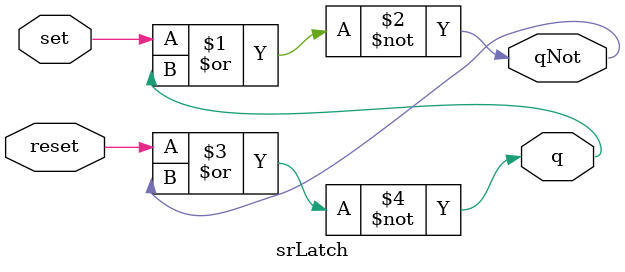
<source format=v>

`timescale 1 ns / 100 ps


module srLatch (
    input set,
    input reset,
    output q,
    output qNot);

    assign #(1) qNot = ~(set | q);
    assign #(1) q = ~(reset | qNot);

endmodule
</source>
